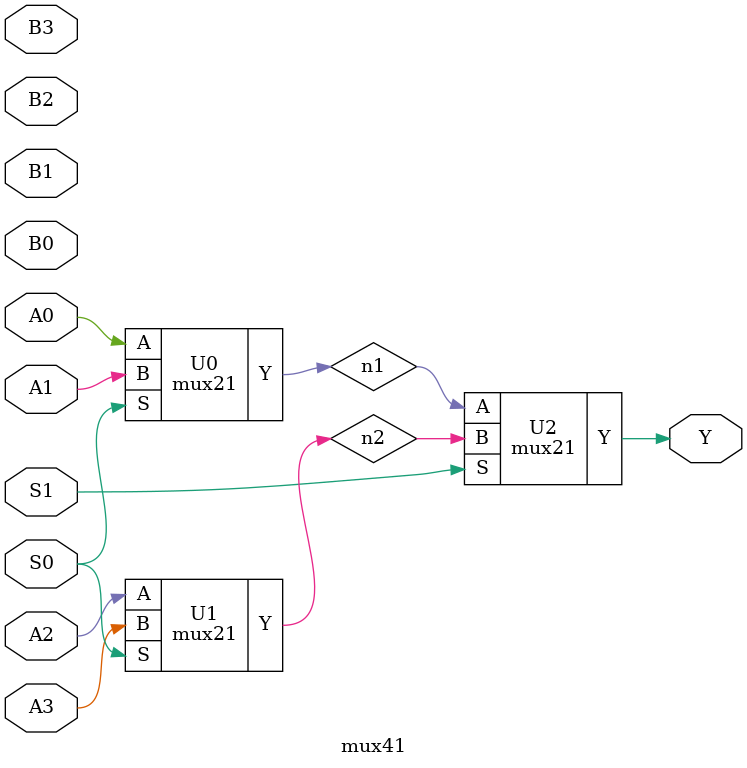
<source format=v>

module mux21 (
    input A,
    input B,
    input S,
    output Y
);

  assign Y = (~S & A) | (S & B);

endmodule
module demux (
    input in0, in1, in2, in3, d0, d1,
    output out
);

  wire n1, n2;

  mux21 U0 ( .A(n1), .B(n2), .S(d1), .Y(out) );
  mux21 U1 ( .A(in2), .B(in3), .S(d0), .Y(n2) );
  mux21 U2 ( .A(in0), .B(in1), .S(d0), .Y(n1) );

endmodule
module mux41 (
    input A0, A1, A2, A3,
    input B0, B1, B2, B3,
    input S0, S1,
    output Y
);

  wire n1, n2;

  mux21 U0 ( .A(A0), .B(A1), .S(S0), .Y(n1) );
  mux21 U1 ( .A(A2), .B(A3), .S(S0), .Y(n2) );
  mux21 U2 ( .A(n1), .B(n2), .S(S1), .Y(Y) );

endmodule
</source>
